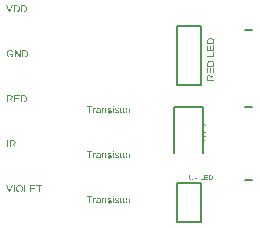
<source format=gbr>
G04 EAGLE Gerber RS-274X export*
G75*
%MOMM*%
%FSLAX34Y34*%
%LPD*%
%INSilkscreen Top*%
%IPPOS*%
%AMOC8*
5,1,8,0,0,1.08239X$1,22.5*%
G01*
G04 Define Apertures*
%ADD10C,0.200000*%
%ADD11C,0.254000*%
%ADD12C,0.127000*%
G36*
X192532Y107163D02*
X188598Y107163D01*
X188598Y108464D01*
X188605Y108707D01*
X188629Y108935D01*
X188668Y109150D01*
X188723Y109350D01*
X188793Y109535D01*
X188880Y109707D01*
X188981Y109864D01*
X189099Y110007D01*
X189231Y110134D01*
X189376Y110244D01*
X189534Y110338D01*
X189706Y110414D01*
X189891Y110474D01*
X190089Y110516D01*
X190300Y110542D01*
X190524Y110550D01*
X190819Y110535D01*
X191095Y110491D01*
X191352Y110416D01*
X191590Y110313D01*
X191805Y110182D01*
X191993Y110026D01*
X192154Y109845D01*
X192289Y109640D01*
X192395Y109414D01*
X192471Y109171D01*
X192517Y108911D01*
X192532Y108634D01*
X192532Y107163D01*
G37*
%LPC*%
G36*
X192105Y107696D02*
X192105Y108573D01*
X192093Y108783D01*
X192057Y108980D01*
X191998Y109163D01*
X191915Y109334D01*
X191810Y109488D01*
X191683Y109624D01*
X191536Y109740D01*
X191368Y109838D01*
X191181Y109915D01*
X190978Y109970D01*
X190759Y110003D01*
X190524Y110014D01*
X190347Y110008D01*
X190180Y109989D01*
X190025Y109958D01*
X189880Y109914D01*
X189746Y109857D01*
X189622Y109788D01*
X189510Y109707D01*
X189409Y109613D01*
X189241Y109390D01*
X189175Y109262D01*
X189121Y109123D01*
X189079Y108972D01*
X189049Y108810D01*
X189031Y108637D01*
X189025Y108453D01*
X189025Y107696D01*
X192105Y107696D01*
G37*
%LPD*%
G36*
X192532Y94444D02*
X188598Y94444D01*
X188598Y96295D01*
X188616Y96609D01*
X188672Y96884D01*
X188765Y97122D01*
X188895Y97322D01*
X189058Y97480D01*
X189251Y97593D01*
X189472Y97661D01*
X189723Y97683D01*
X189933Y97667D01*
X190126Y97619D01*
X190302Y97540D01*
X190460Y97428D01*
X190596Y97288D01*
X190671Y97173D01*
X190704Y97124D01*
X190784Y96935D01*
X190837Y96723D01*
X191559Y97198D01*
X192532Y97840D01*
X192532Y97225D01*
X190899Y96203D01*
X190899Y94977D01*
X192532Y94977D01*
X192532Y94444D01*
G37*
%LPC*%
G36*
X190477Y94977D02*
X190477Y96265D01*
X190465Y96464D01*
X190428Y96639D01*
X190366Y96790D01*
X190280Y96917D01*
X190172Y97018D01*
X190044Y97090D01*
X189896Y97133D01*
X189729Y97147D01*
X189567Y97133D01*
X189426Y97089D01*
X189305Y97016D01*
X189205Y96914D01*
X189126Y96785D01*
X189070Y96629D01*
X189036Y96449D01*
X189025Y96242D01*
X189025Y94977D01*
X190477Y94977D01*
G37*
%LPD*%
G36*
X192532Y103350D02*
X188598Y103350D01*
X188598Y106335D01*
X189033Y106335D01*
X189033Y103884D01*
X190295Y103884D01*
X190295Y106168D01*
X190725Y106168D01*
X190725Y103884D01*
X192096Y103884D01*
X192096Y106450D01*
X192532Y106450D01*
X192532Y103350D01*
G37*
G36*
X192532Y100163D02*
X188598Y100163D01*
X188598Y100696D01*
X192096Y100696D01*
X192096Y102684D01*
X192532Y102684D01*
X192532Y100163D01*
G37*
G36*
X192532Y92909D02*
X188598Y92909D01*
X188598Y93442D01*
X192532Y93442D01*
X192532Y92909D01*
G37*
G36*
X123783Y120058D02*
X123542Y120068D01*
X123317Y120096D01*
X123106Y120143D01*
X122911Y120210D01*
X122730Y120295D01*
X122565Y120399D01*
X122416Y120522D01*
X122281Y120664D01*
X122162Y120824D01*
X122059Y121001D01*
X121972Y121195D01*
X121900Y121406D01*
X121845Y121633D01*
X121805Y121877D01*
X121781Y122138D01*
X121773Y122416D01*
X121781Y122701D01*
X121805Y122967D01*
X121845Y123215D01*
X121901Y123444D01*
X121972Y123656D01*
X122060Y123848D01*
X122163Y124023D01*
X122282Y124179D01*
X122417Y124316D01*
X122568Y124436D01*
X122735Y124537D01*
X122918Y124619D01*
X123117Y124684D01*
X123332Y124729D01*
X123562Y124757D01*
X123809Y124766D01*
X124060Y124757D01*
X124294Y124730D01*
X124512Y124686D01*
X124712Y124623D01*
X124895Y124542D01*
X125060Y124444D01*
X125209Y124328D01*
X125340Y124193D01*
X125455Y124040D01*
X125555Y123868D01*
X125639Y123675D01*
X125708Y123463D01*
X125762Y123231D01*
X125800Y122979D01*
X125823Y122708D01*
X125831Y122416D01*
X125823Y122128D01*
X125798Y121858D01*
X125757Y121608D01*
X125700Y121377D01*
X125626Y121164D01*
X125536Y120971D01*
X125429Y120797D01*
X125307Y120641D01*
X125168Y120505D01*
X125015Y120386D01*
X124846Y120286D01*
X124663Y120204D01*
X124466Y120140D01*
X124253Y120095D01*
X124026Y120067D01*
X123783Y120058D01*
G37*
%LPC*%
G36*
X123775Y120616D02*
X123939Y120623D01*
X124091Y120643D01*
X124230Y120678D01*
X124358Y120725D01*
X124473Y120787D01*
X124576Y120862D01*
X124667Y120950D01*
X124746Y121053D01*
X124874Y121301D01*
X124965Y121612D01*
X125020Y121983D01*
X125038Y122416D01*
X125021Y122854D01*
X124968Y123228D01*
X124881Y123537D01*
X124759Y123782D01*
X124683Y123882D01*
X124596Y123969D01*
X124496Y124042D01*
X124385Y124102D01*
X124262Y124148D01*
X124127Y124181D01*
X123980Y124201D01*
X123821Y124208D01*
X123661Y124201D01*
X123513Y124181D01*
X123375Y124147D01*
X123250Y124100D01*
X123136Y124038D01*
X123033Y123964D01*
X122942Y123876D01*
X122862Y123774D01*
X122733Y123526D01*
X122640Y123217D01*
X122585Y122847D01*
X122566Y122416D01*
X122585Y121995D01*
X122639Y121630D01*
X122730Y121321D01*
X122858Y121067D01*
X122936Y120962D01*
X123025Y120870D01*
X123124Y120792D01*
X123233Y120729D01*
X123353Y120680D01*
X123483Y120644D01*
X123624Y120623D01*
X123775Y120616D01*
G37*
%LPD*%
G36*
X100681Y120058D02*
X100360Y120081D01*
X100082Y120148D01*
X99846Y120261D01*
X99653Y120419D01*
X99502Y120616D01*
X99395Y120847D01*
X99330Y121111D01*
X99309Y121409D01*
X99316Y121580D01*
X99338Y121741D01*
X99374Y121892D01*
X99425Y122032D01*
X99490Y122163D01*
X99570Y122283D01*
X99664Y122392D01*
X99772Y122492D01*
X99897Y122581D01*
X100040Y122659D01*
X100200Y122726D01*
X100378Y122781D01*
X100574Y122826D01*
X100788Y122860D01*
X101268Y122895D01*
X102288Y122911D01*
X102288Y123159D01*
X102273Y123416D01*
X102229Y123634D01*
X102156Y123813D01*
X102053Y123952D01*
X101919Y124057D01*
X101751Y124132D01*
X101550Y124176D01*
X101315Y124191D01*
X101078Y124181D01*
X100876Y124148D01*
X100709Y124095D01*
X100576Y124019D01*
X100472Y123920D01*
X100391Y123796D01*
X100334Y123646D01*
X100299Y123470D01*
X99510Y123541D01*
X99581Y123828D01*
X99696Y124077D01*
X99857Y124288D01*
X100062Y124460D01*
X100312Y124594D01*
X100607Y124690D01*
X100947Y124747D01*
X101331Y124766D01*
X101539Y124760D01*
X101733Y124742D01*
X101914Y124711D01*
X102081Y124668D01*
X102236Y124613D01*
X102377Y124545D01*
X102505Y124466D01*
X102620Y124374D01*
X102721Y124270D01*
X102809Y124156D01*
X102883Y124030D01*
X102944Y123894D01*
X102991Y123747D01*
X103025Y123588D01*
X103045Y123419D01*
X103052Y123239D01*
X103052Y121283D01*
X103074Y120989D01*
X103101Y120873D01*
X103140Y120778D01*
X103194Y120703D01*
X103268Y120650D01*
X103362Y120618D01*
X103476Y120608D01*
X103723Y120637D01*
X103723Y120167D01*
X103435Y120117D01*
X103140Y120100D01*
X102944Y120114D01*
X102777Y120155D01*
X102639Y120224D01*
X102529Y120320D01*
X102444Y120446D01*
X102380Y120603D01*
X102336Y120791D01*
X102313Y121011D01*
X102288Y121011D01*
X102137Y120769D01*
X101975Y120566D01*
X101801Y120401D01*
X101615Y120274D01*
X101412Y120180D01*
X101189Y120112D01*
X100945Y120072D01*
X100681Y120058D01*
G37*
%LPC*%
G36*
X100853Y120625D02*
X101055Y120636D01*
X101245Y120672D01*
X101424Y120731D01*
X101592Y120813D01*
X101745Y120917D01*
X101881Y121037D01*
X101999Y121176D01*
X102101Y121332D01*
X102183Y121497D01*
X102241Y121666D01*
X102276Y121836D01*
X102288Y122009D01*
X102288Y122383D01*
X101461Y122366D01*
X101211Y122356D01*
X100993Y122334D01*
X100807Y122301D01*
X100654Y122257D01*
X100524Y122200D01*
X100411Y122129D01*
X100313Y122044D01*
X100232Y121946D01*
X100168Y121833D01*
X100122Y121704D01*
X100094Y121558D01*
X100085Y121397D01*
X100098Y121223D01*
X100135Y121069D01*
X100197Y120937D01*
X100284Y120826D01*
X100395Y120738D01*
X100526Y120675D01*
X100679Y120637D01*
X100853Y120625D01*
G37*
%LPD*%
G36*
X105076Y120142D02*
X104321Y120142D01*
X104321Y123713D01*
X104315Y124352D01*
X104296Y124682D01*
X105009Y124682D01*
X105017Y124569D01*
X105028Y124357D01*
X105043Y123906D01*
X105055Y123906D01*
X105190Y124124D01*
X105336Y124307D01*
X105491Y124456D01*
X105657Y124571D01*
X105839Y124656D01*
X106041Y124717D01*
X106264Y124754D01*
X106507Y124766D01*
X106855Y124743D01*
X107011Y124714D01*
X107154Y124673D01*
X107284Y124621D01*
X107402Y124557D01*
X107507Y124482D01*
X107600Y124395D01*
X107681Y124294D01*
X107752Y124179D01*
X107811Y124048D01*
X107860Y123902D01*
X107925Y123565D01*
X107946Y123167D01*
X107946Y120142D01*
X107187Y120142D01*
X107187Y123021D01*
X107181Y123232D01*
X107165Y123419D01*
X107137Y123581D01*
X107099Y123717D01*
X107048Y123832D01*
X106984Y123930D01*
X106908Y124011D01*
X106818Y124074D01*
X106710Y124122D01*
X106579Y124156D01*
X106427Y124176D01*
X106251Y124183D01*
X105993Y124160D01*
X105763Y124090D01*
X105563Y123973D01*
X105391Y123809D01*
X105253Y123605D01*
X105155Y123364D01*
X105096Y123086D01*
X105076Y122773D01*
X105076Y120142D01*
G37*
G36*
X110650Y120058D02*
X110251Y120076D01*
X109900Y120128D01*
X109597Y120215D01*
X109343Y120337D01*
X109134Y120496D01*
X108964Y120694D01*
X108835Y120932D01*
X108745Y121208D01*
X109413Y121338D01*
X109474Y121168D01*
X109561Y121022D01*
X109673Y120900D01*
X109811Y120803D01*
X109977Y120729D01*
X110172Y120675D01*
X110397Y120644D01*
X110650Y120633D01*
X110919Y120644D01*
X111148Y120677D01*
X111339Y120732D01*
X111492Y120809D01*
X111608Y120908D01*
X111692Y121029D01*
X111742Y121173D01*
X111758Y121338D01*
X111747Y121466D01*
X111712Y121581D01*
X111654Y121684D01*
X111574Y121774D01*
X111467Y121855D01*
X111332Y121927D01*
X111169Y121993D01*
X110978Y122051D01*
X110436Y122194D01*
X109880Y122360D01*
X109672Y122442D01*
X109511Y122523D01*
X109266Y122702D01*
X109166Y122805D01*
X109081Y122916D01*
X109013Y123038D01*
X108965Y123173D01*
X108936Y123321D01*
X108926Y123482D01*
X108933Y123633D01*
X108954Y123774D01*
X108988Y123906D01*
X109037Y124029D01*
X109099Y124143D01*
X109175Y124247D01*
X109369Y124428D01*
X109615Y124571D01*
X109912Y124672D01*
X110260Y124733D01*
X110659Y124754D01*
X111015Y124737D01*
X111333Y124687D01*
X111612Y124605D01*
X111853Y124489D01*
X112054Y124337D01*
X112214Y124145D01*
X112334Y123913D01*
X112413Y123642D01*
X111733Y123558D01*
X111688Y123700D01*
X111617Y123825D01*
X111519Y123932D01*
X111395Y124021D01*
X111246Y124092D01*
X111074Y124143D01*
X110878Y124173D01*
X110659Y124183D01*
X110420Y124173D01*
X110214Y124144D01*
X110042Y124096D01*
X109904Y124028D01*
X109797Y123940D01*
X109721Y123833D01*
X109675Y123705D01*
X109660Y123558D01*
X109666Y123465D01*
X109685Y123381D01*
X109761Y123239D01*
X109886Y123122D01*
X110059Y123025D01*
X110365Y122920D01*
X110890Y122781D01*
X111406Y122636D01*
X111754Y122502D01*
X111991Y122368D01*
X112172Y122219D01*
X112307Y122052D01*
X112409Y121860D01*
X112472Y121643D01*
X112493Y121397D01*
X112485Y121241D01*
X112462Y121094D01*
X112424Y120956D01*
X112371Y120828D01*
X112303Y120709D01*
X112220Y120599D01*
X112122Y120498D01*
X112008Y120406D01*
X111741Y120254D01*
X111426Y120145D01*
X111063Y120080D01*
X110650Y120058D01*
G37*
G36*
X116869Y120058D02*
X116470Y120076D01*
X116119Y120128D01*
X115816Y120215D01*
X115562Y120337D01*
X115352Y120496D01*
X115183Y120694D01*
X115053Y120932D01*
X114964Y121208D01*
X115631Y121338D01*
X115692Y121168D01*
X115779Y121022D01*
X115892Y120900D01*
X116030Y120803D01*
X116196Y120729D01*
X116391Y120675D01*
X116615Y120644D01*
X116869Y120633D01*
X117137Y120644D01*
X117367Y120677D01*
X117558Y120732D01*
X117711Y120809D01*
X117827Y120908D01*
X117910Y121029D01*
X117960Y121173D01*
X117977Y121338D01*
X117965Y121466D01*
X117931Y121581D01*
X117873Y121684D01*
X117792Y121774D01*
X117686Y121855D01*
X117551Y121927D01*
X117388Y121993D01*
X117197Y122051D01*
X116655Y122194D01*
X116099Y122360D01*
X115891Y122442D01*
X115730Y122523D01*
X115485Y122702D01*
X115385Y122805D01*
X115300Y122916D01*
X115232Y123038D01*
X115183Y123173D01*
X115154Y123321D01*
X115145Y123482D01*
X115152Y123633D01*
X115172Y123774D01*
X115207Y123906D01*
X115255Y124029D01*
X115318Y124143D01*
X115394Y124247D01*
X115587Y124428D01*
X115834Y124571D01*
X116131Y124672D01*
X116479Y124733D01*
X116878Y124754D01*
X117234Y124737D01*
X117552Y124687D01*
X117831Y124605D01*
X118071Y124489D01*
X118272Y124337D01*
X118433Y124145D01*
X118553Y123913D01*
X118632Y123642D01*
X117952Y123558D01*
X117907Y123700D01*
X117836Y123825D01*
X117738Y123932D01*
X117614Y124021D01*
X117465Y124092D01*
X117293Y124143D01*
X117097Y124173D01*
X116878Y124183D01*
X116638Y124173D01*
X116433Y124144D01*
X116261Y124096D01*
X116122Y124028D01*
X116016Y123940D01*
X115940Y123833D01*
X115894Y123705D01*
X115879Y123558D01*
X115885Y123465D01*
X115904Y123381D01*
X115980Y123239D01*
X116104Y123122D01*
X116278Y123025D01*
X116584Y122920D01*
X117108Y122781D01*
X117625Y122636D01*
X117973Y122502D01*
X118209Y122368D01*
X118390Y122219D01*
X118526Y122052D01*
X118627Y121860D01*
X118690Y121643D01*
X118711Y121397D01*
X118704Y121241D01*
X118681Y121094D01*
X118643Y120956D01*
X118590Y120828D01*
X118522Y120709D01*
X118439Y120599D01*
X118340Y120498D01*
X118227Y120406D01*
X117960Y120254D01*
X117645Y120145D01*
X117281Y120080D01*
X116869Y120058D01*
G37*
G36*
X94152Y120142D02*
X93355Y120142D01*
X93355Y125400D01*
X91324Y125400D01*
X91324Y126054D01*
X96183Y126054D01*
X96183Y125400D01*
X94152Y125400D01*
X94152Y120142D01*
G37*
G36*
X120598Y120075D02*
X120386Y120091D01*
X120202Y120139D01*
X120046Y120219D01*
X119919Y120332D01*
X119820Y120476D01*
X119749Y120653D01*
X119706Y120862D01*
X119692Y121103D01*
X119692Y124133D01*
X119168Y124133D01*
X119168Y124682D01*
X119721Y124682D01*
X119944Y125698D01*
X120447Y125698D01*
X120447Y124682D01*
X121287Y124682D01*
X121287Y124133D01*
X120447Y124133D01*
X120447Y121267D01*
X120454Y121115D01*
X120474Y120988D01*
X120508Y120885D01*
X120554Y120807D01*
X120618Y120749D01*
X120701Y120708D01*
X120803Y120683D01*
X120926Y120675D01*
X121110Y120690D01*
X121362Y120734D01*
X121362Y120176D01*
X120985Y120100D01*
X120793Y120081D01*
X120598Y120075D01*
G37*
G36*
X97420Y120142D02*
X96665Y120142D01*
X96665Y123625D01*
X96639Y124682D01*
X97353Y124682D01*
X97386Y123755D01*
X97403Y123755D01*
X97497Y124023D01*
X97597Y124246D01*
X97704Y124422D01*
X97819Y124552D01*
X97948Y124646D01*
X98102Y124713D01*
X98280Y124753D01*
X98482Y124766D01*
X98634Y124756D01*
X98788Y124724D01*
X98788Y124032D01*
X98612Y124063D01*
X98385Y124074D01*
X98271Y124067D01*
X98164Y124049D01*
X97971Y123973D01*
X97805Y123846D01*
X97667Y123669D01*
X97559Y123445D01*
X97482Y123176D01*
X97435Y122864D01*
X97420Y122509D01*
X97420Y120142D01*
G37*
G36*
X127545Y120142D02*
X126790Y120142D01*
X126790Y123625D01*
X126764Y124682D01*
X127478Y124682D01*
X127511Y123755D01*
X127528Y123755D01*
X127622Y124023D01*
X127722Y124246D01*
X127829Y124422D01*
X127944Y124552D01*
X128073Y124646D01*
X128227Y124713D01*
X128405Y124753D01*
X128607Y124766D01*
X128759Y124756D01*
X128913Y124724D01*
X128913Y124032D01*
X128737Y124063D01*
X128510Y124074D01*
X128396Y124067D01*
X128289Y124049D01*
X128096Y123973D01*
X127930Y123846D01*
X127792Y123669D01*
X127684Y123445D01*
X127607Y123176D01*
X127560Y122864D01*
X127545Y122509D01*
X127545Y120142D01*
G37*
G36*
X114149Y120142D02*
X113394Y120142D01*
X113394Y124682D01*
X114149Y124682D01*
X114149Y120142D01*
G37*
G36*
X114149Y125647D02*
X113394Y125647D01*
X113394Y126369D01*
X114149Y126369D01*
X114149Y125647D01*
G37*
G36*
X123783Y81958D02*
X123542Y81968D01*
X123317Y81996D01*
X123106Y82043D01*
X122911Y82110D01*
X122730Y82195D01*
X122565Y82299D01*
X122416Y82422D01*
X122281Y82564D01*
X122162Y82724D01*
X122059Y82901D01*
X121972Y83095D01*
X121900Y83306D01*
X121845Y83533D01*
X121805Y83777D01*
X121781Y84038D01*
X121773Y84316D01*
X121781Y84601D01*
X121805Y84867D01*
X121845Y85115D01*
X121901Y85344D01*
X121972Y85556D01*
X122060Y85748D01*
X122163Y85923D01*
X122282Y86079D01*
X122417Y86216D01*
X122568Y86336D01*
X122735Y86437D01*
X122918Y86519D01*
X123117Y86584D01*
X123332Y86629D01*
X123562Y86657D01*
X123809Y86666D01*
X124060Y86657D01*
X124294Y86630D01*
X124512Y86586D01*
X124712Y86523D01*
X124895Y86442D01*
X125060Y86344D01*
X125209Y86228D01*
X125340Y86093D01*
X125455Y85940D01*
X125555Y85768D01*
X125639Y85575D01*
X125708Y85363D01*
X125762Y85131D01*
X125800Y84879D01*
X125823Y84608D01*
X125831Y84316D01*
X125823Y84028D01*
X125798Y83758D01*
X125757Y83508D01*
X125700Y83277D01*
X125626Y83064D01*
X125536Y82871D01*
X125429Y82697D01*
X125307Y82541D01*
X125168Y82405D01*
X125015Y82286D01*
X124846Y82186D01*
X124663Y82104D01*
X124466Y82040D01*
X124253Y81995D01*
X124026Y81967D01*
X123783Y81958D01*
G37*
%LPC*%
G36*
X123775Y82516D02*
X123939Y82523D01*
X124091Y82543D01*
X124230Y82578D01*
X124358Y82625D01*
X124473Y82687D01*
X124576Y82762D01*
X124667Y82850D01*
X124746Y82953D01*
X124874Y83201D01*
X124965Y83512D01*
X125020Y83883D01*
X125038Y84316D01*
X125021Y84754D01*
X124968Y85128D01*
X124881Y85437D01*
X124759Y85682D01*
X124683Y85782D01*
X124596Y85869D01*
X124496Y85942D01*
X124385Y86002D01*
X124262Y86048D01*
X124127Y86081D01*
X123980Y86101D01*
X123821Y86108D01*
X123661Y86101D01*
X123513Y86081D01*
X123375Y86047D01*
X123250Y86000D01*
X123136Y85938D01*
X123033Y85864D01*
X122942Y85776D01*
X122862Y85674D01*
X122733Y85426D01*
X122640Y85117D01*
X122585Y84747D01*
X122566Y84316D01*
X122585Y83895D01*
X122639Y83530D01*
X122730Y83221D01*
X122858Y82967D01*
X122936Y82862D01*
X123025Y82770D01*
X123124Y82692D01*
X123233Y82629D01*
X123353Y82580D01*
X123483Y82544D01*
X123624Y82523D01*
X123775Y82516D01*
G37*
%LPD*%
G36*
X100681Y81958D02*
X100360Y81981D01*
X100082Y82048D01*
X99846Y82161D01*
X99653Y82319D01*
X99502Y82516D01*
X99395Y82747D01*
X99330Y83011D01*
X99309Y83309D01*
X99316Y83480D01*
X99338Y83641D01*
X99374Y83792D01*
X99425Y83932D01*
X99490Y84063D01*
X99570Y84183D01*
X99664Y84292D01*
X99772Y84392D01*
X99897Y84481D01*
X100040Y84559D01*
X100200Y84626D01*
X100378Y84681D01*
X100574Y84726D01*
X100788Y84760D01*
X101268Y84795D01*
X102288Y84811D01*
X102288Y85059D01*
X102273Y85316D01*
X102229Y85534D01*
X102156Y85713D01*
X102053Y85852D01*
X101919Y85957D01*
X101751Y86032D01*
X101550Y86076D01*
X101315Y86091D01*
X101078Y86081D01*
X100876Y86048D01*
X100709Y85995D01*
X100576Y85919D01*
X100472Y85820D01*
X100391Y85696D01*
X100334Y85546D01*
X100299Y85370D01*
X99510Y85441D01*
X99581Y85728D01*
X99696Y85977D01*
X99857Y86188D01*
X100062Y86360D01*
X100312Y86494D01*
X100607Y86590D01*
X100947Y86647D01*
X101331Y86666D01*
X101539Y86660D01*
X101733Y86642D01*
X101914Y86611D01*
X102081Y86568D01*
X102236Y86513D01*
X102377Y86445D01*
X102505Y86366D01*
X102620Y86274D01*
X102721Y86170D01*
X102809Y86056D01*
X102883Y85930D01*
X102944Y85794D01*
X102991Y85647D01*
X103025Y85488D01*
X103045Y85319D01*
X103052Y85139D01*
X103052Y83183D01*
X103074Y82889D01*
X103101Y82773D01*
X103140Y82678D01*
X103194Y82603D01*
X103268Y82550D01*
X103362Y82518D01*
X103476Y82508D01*
X103723Y82537D01*
X103723Y82067D01*
X103435Y82017D01*
X103140Y82000D01*
X102944Y82014D01*
X102777Y82055D01*
X102639Y82124D01*
X102529Y82220D01*
X102444Y82346D01*
X102380Y82503D01*
X102336Y82691D01*
X102313Y82911D01*
X102288Y82911D01*
X102137Y82669D01*
X101975Y82466D01*
X101801Y82301D01*
X101615Y82174D01*
X101412Y82080D01*
X101189Y82012D01*
X100945Y81972D01*
X100681Y81958D01*
G37*
%LPC*%
G36*
X100853Y82525D02*
X101055Y82536D01*
X101245Y82572D01*
X101424Y82631D01*
X101592Y82713D01*
X101745Y82817D01*
X101881Y82937D01*
X101999Y83076D01*
X102101Y83232D01*
X102183Y83397D01*
X102241Y83566D01*
X102276Y83736D01*
X102288Y83909D01*
X102288Y84283D01*
X101461Y84266D01*
X101211Y84256D01*
X100993Y84234D01*
X100807Y84201D01*
X100654Y84157D01*
X100524Y84100D01*
X100411Y84029D01*
X100313Y83944D01*
X100232Y83846D01*
X100168Y83733D01*
X100122Y83604D01*
X100094Y83458D01*
X100085Y83297D01*
X100098Y83123D01*
X100135Y82969D01*
X100197Y82837D01*
X100284Y82726D01*
X100395Y82638D01*
X100526Y82575D01*
X100679Y82537D01*
X100853Y82525D01*
G37*
%LPD*%
G36*
X105076Y82042D02*
X104321Y82042D01*
X104321Y85613D01*
X104315Y86252D01*
X104296Y86582D01*
X105009Y86582D01*
X105017Y86469D01*
X105028Y86257D01*
X105043Y85806D01*
X105055Y85806D01*
X105190Y86024D01*
X105336Y86207D01*
X105491Y86356D01*
X105657Y86471D01*
X105839Y86556D01*
X106041Y86617D01*
X106264Y86654D01*
X106507Y86666D01*
X106855Y86643D01*
X107011Y86614D01*
X107154Y86573D01*
X107284Y86521D01*
X107402Y86457D01*
X107507Y86382D01*
X107600Y86295D01*
X107681Y86194D01*
X107752Y86079D01*
X107811Y85948D01*
X107860Y85802D01*
X107925Y85465D01*
X107946Y85067D01*
X107946Y82042D01*
X107187Y82042D01*
X107187Y84921D01*
X107181Y85132D01*
X107165Y85319D01*
X107137Y85481D01*
X107099Y85617D01*
X107048Y85732D01*
X106984Y85830D01*
X106908Y85911D01*
X106818Y85974D01*
X106710Y86022D01*
X106579Y86056D01*
X106427Y86076D01*
X106251Y86083D01*
X105993Y86060D01*
X105763Y85990D01*
X105563Y85873D01*
X105391Y85709D01*
X105253Y85505D01*
X105155Y85264D01*
X105096Y84986D01*
X105076Y84673D01*
X105076Y82042D01*
G37*
G36*
X110650Y81958D02*
X110251Y81976D01*
X109900Y82028D01*
X109597Y82115D01*
X109343Y82237D01*
X109134Y82396D01*
X108964Y82594D01*
X108835Y82832D01*
X108745Y83108D01*
X109413Y83238D01*
X109474Y83068D01*
X109561Y82922D01*
X109673Y82800D01*
X109811Y82703D01*
X109977Y82629D01*
X110172Y82575D01*
X110397Y82544D01*
X110650Y82533D01*
X110919Y82544D01*
X111148Y82577D01*
X111339Y82632D01*
X111492Y82709D01*
X111608Y82808D01*
X111692Y82929D01*
X111742Y83073D01*
X111758Y83238D01*
X111747Y83366D01*
X111712Y83481D01*
X111654Y83584D01*
X111574Y83674D01*
X111467Y83755D01*
X111332Y83827D01*
X111169Y83893D01*
X110978Y83951D01*
X110436Y84094D01*
X109880Y84260D01*
X109672Y84342D01*
X109511Y84423D01*
X109266Y84602D01*
X109166Y84705D01*
X109081Y84816D01*
X109013Y84938D01*
X108965Y85073D01*
X108936Y85221D01*
X108926Y85382D01*
X108933Y85533D01*
X108954Y85674D01*
X108988Y85806D01*
X109037Y85929D01*
X109099Y86043D01*
X109175Y86147D01*
X109369Y86328D01*
X109615Y86471D01*
X109912Y86572D01*
X110260Y86633D01*
X110659Y86654D01*
X111015Y86637D01*
X111333Y86587D01*
X111612Y86505D01*
X111853Y86389D01*
X112054Y86237D01*
X112214Y86045D01*
X112334Y85813D01*
X112413Y85542D01*
X111733Y85458D01*
X111688Y85600D01*
X111617Y85725D01*
X111519Y85832D01*
X111395Y85921D01*
X111246Y85992D01*
X111074Y86043D01*
X110878Y86073D01*
X110659Y86083D01*
X110420Y86073D01*
X110214Y86044D01*
X110042Y85996D01*
X109904Y85928D01*
X109797Y85840D01*
X109721Y85733D01*
X109675Y85605D01*
X109660Y85458D01*
X109666Y85365D01*
X109685Y85281D01*
X109761Y85139D01*
X109886Y85022D01*
X110059Y84925D01*
X110365Y84820D01*
X110890Y84681D01*
X111406Y84536D01*
X111754Y84402D01*
X111991Y84268D01*
X112172Y84119D01*
X112307Y83952D01*
X112409Y83760D01*
X112472Y83543D01*
X112493Y83297D01*
X112485Y83141D01*
X112462Y82994D01*
X112424Y82856D01*
X112371Y82728D01*
X112303Y82609D01*
X112220Y82499D01*
X112122Y82398D01*
X112008Y82306D01*
X111741Y82154D01*
X111426Y82045D01*
X111063Y81980D01*
X110650Y81958D01*
G37*
G36*
X116869Y81958D02*
X116470Y81976D01*
X116119Y82028D01*
X115816Y82115D01*
X115562Y82237D01*
X115352Y82396D01*
X115183Y82594D01*
X115053Y82832D01*
X114964Y83108D01*
X115631Y83238D01*
X115692Y83068D01*
X115779Y82922D01*
X115892Y82800D01*
X116030Y82703D01*
X116196Y82629D01*
X116391Y82575D01*
X116615Y82544D01*
X116869Y82533D01*
X117137Y82544D01*
X117367Y82577D01*
X117558Y82632D01*
X117711Y82709D01*
X117827Y82808D01*
X117910Y82929D01*
X117960Y83073D01*
X117977Y83238D01*
X117965Y83366D01*
X117931Y83481D01*
X117873Y83584D01*
X117792Y83674D01*
X117686Y83755D01*
X117551Y83827D01*
X117388Y83893D01*
X117197Y83951D01*
X116655Y84094D01*
X116099Y84260D01*
X115891Y84342D01*
X115730Y84423D01*
X115485Y84602D01*
X115385Y84705D01*
X115300Y84816D01*
X115232Y84938D01*
X115183Y85073D01*
X115154Y85221D01*
X115145Y85382D01*
X115152Y85533D01*
X115172Y85674D01*
X115207Y85806D01*
X115255Y85929D01*
X115318Y86043D01*
X115394Y86147D01*
X115587Y86328D01*
X115834Y86471D01*
X116131Y86572D01*
X116479Y86633D01*
X116878Y86654D01*
X117234Y86637D01*
X117552Y86587D01*
X117831Y86505D01*
X118071Y86389D01*
X118272Y86237D01*
X118433Y86045D01*
X118553Y85813D01*
X118632Y85542D01*
X117952Y85458D01*
X117907Y85600D01*
X117836Y85725D01*
X117738Y85832D01*
X117614Y85921D01*
X117465Y85992D01*
X117293Y86043D01*
X117097Y86073D01*
X116878Y86083D01*
X116638Y86073D01*
X116433Y86044D01*
X116261Y85996D01*
X116122Y85928D01*
X116016Y85840D01*
X115940Y85733D01*
X115894Y85605D01*
X115879Y85458D01*
X115885Y85365D01*
X115904Y85281D01*
X115980Y85139D01*
X116104Y85022D01*
X116278Y84925D01*
X116584Y84820D01*
X117108Y84681D01*
X117625Y84536D01*
X117973Y84402D01*
X118209Y84268D01*
X118390Y84119D01*
X118526Y83952D01*
X118627Y83760D01*
X118690Y83543D01*
X118711Y83297D01*
X118704Y83141D01*
X118681Y82994D01*
X118643Y82856D01*
X118590Y82728D01*
X118522Y82609D01*
X118439Y82499D01*
X118340Y82398D01*
X118227Y82306D01*
X117960Y82154D01*
X117645Y82045D01*
X117281Y81980D01*
X116869Y81958D01*
G37*
G36*
X94152Y82042D02*
X93355Y82042D01*
X93355Y87300D01*
X91324Y87300D01*
X91324Y87954D01*
X96183Y87954D01*
X96183Y87300D01*
X94152Y87300D01*
X94152Y82042D01*
G37*
G36*
X120598Y81975D02*
X120386Y81991D01*
X120202Y82039D01*
X120046Y82119D01*
X119919Y82232D01*
X119820Y82376D01*
X119749Y82553D01*
X119706Y82762D01*
X119692Y83003D01*
X119692Y86033D01*
X119168Y86033D01*
X119168Y86582D01*
X119721Y86582D01*
X119944Y87598D01*
X120447Y87598D01*
X120447Y86582D01*
X121287Y86582D01*
X121287Y86033D01*
X120447Y86033D01*
X120447Y83167D01*
X120454Y83015D01*
X120474Y82888D01*
X120508Y82785D01*
X120554Y82707D01*
X120618Y82649D01*
X120701Y82608D01*
X120803Y82583D01*
X120926Y82575D01*
X121110Y82590D01*
X121362Y82634D01*
X121362Y82076D01*
X120985Y82000D01*
X120793Y81981D01*
X120598Y81975D01*
G37*
G36*
X97420Y82042D02*
X96665Y82042D01*
X96665Y85525D01*
X96639Y86582D01*
X97353Y86582D01*
X97386Y85655D01*
X97403Y85655D01*
X97497Y85923D01*
X97597Y86146D01*
X97704Y86322D01*
X97819Y86452D01*
X97948Y86546D01*
X98102Y86613D01*
X98280Y86653D01*
X98482Y86666D01*
X98634Y86656D01*
X98788Y86624D01*
X98788Y85932D01*
X98612Y85963D01*
X98385Y85974D01*
X98271Y85967D01*
X98164Y85949D01*
X97971Y85873D01*
X97805Y85746D01*
X97667Y85569D01*
X97559Y85345D01*
X97482Y85076D01*
X97435Y84764D01*
X97420Y84409D01*
X97420Y82042D01*
G37*
G36*
X127545Y82042D02*
X126790Y82042D01*
X126790Y85525D01*
X126764Y86582D01*
X127478Y86582D01*
X127511Y85655D01*
X127528Y85655D01*
X127622Y85923D01*
X127722Y86146D01*
X127829Y86322D01*
X127944Y86452D01*
X128073Y86546D01*
X128227Y86613D01*
X128405Y86653D01*
X128607Y86666D01*
X128759Y86656D01*
X128913Y86624D01*
X128913Y85932D01*
X128737Y85963D01*
X128510Y85974D01*
X128396Y85967D01*
X128289Y85949D01*
X128096Y85873D01*
X127930Y85746D01*
X127792Y85569D01*
X127684Y85345D01*
X127607Y85076D01*
X127560Y84764D01*
X127545Y84409D01*
X127545Y82042D01*
G37*
G36*
X114149Y82042D02*
X113394Y82042D01*
X113394Y86582D01*
X114149Y86582D01*
X114149Y82042D01*
G37*
G36*
X114149Y87547D02*
X113394Y87547D01*
X113394Y88269D01*
X114149Y88269D01*
X114149Y87547D01*
G37*
G36*
X123783Y43858D02*
X123542Y43868D01*
X123317Y43896D01*
X123106Y43943D01*
X122911Y44010D01*
X122730Y44095D01*
X122565Y44199D01*
X122416Y44322D01*
X122281Y44464D01*
X122162Y44624D01*
X122059Y44801D01*
X121972Y44995D01*
X121900Y45206D01*
X121845Y45433D01*
X121805Y45677D01*
X121781Y45938D01*
X121773Y46216D01*
X121781Y46501D01*
X121805Y46767D01*
X121845Y47015D01*
X121901Y47244D01*
X121972Y47456D01*
X122060Y47648D01*
X122163Y47823D01*
X122282Y47979D01*
X122417Y48116D01*
X122568Y48236D01*
X122735Y48337D01*
X122918Y48419D01*
X123117Y48484D01*
X123332Y48529D01*
X123562Y48557D01*
X123809Y48566D01*
X124060Y48557D01*
X124294Y48530D01*
X124512Y48486D01*
X124712Y48423D01*
X124895Y48342D01*
X125060Y48244D01*
X125209Y48128D01*
X125340Y47993D01*
X125455Y47840D01*
X125555Y47668D01*
X125639Y47475D01*
X125708Y47263D01*
X125762Y47031D01*
X125800Y46779D01*
X125823Y46508D01*
X125831Y46216D01*
X125823Y45928D01*
X125798Y45658D01*
X125757Y45408D01*
X125700Y45177D01*
X125626Y44964D01*
X125536Y44771D01*
X125429Y44597D01*
X125307Y44441D01*
X125168Y44305D01*
X125015Y44186D01*
X124846Y44086D01*
X124663Y44004D01*
X124466Y43940D01*
X124253Y43895D01*
X124026Y43867D01*
X123783Y43858D01*
G37*
%LPC*%
G36*
X123775Y44416D02*
X123939Y44423D01*
X124091Y44443D01*
X124230Y44478D01*
X124358Y44525D01*
X124473Y44587D01*
X124576Y44662D01*
X124667Y44750D01*
X124746Y44853D01*
X124874Y45101D01*
X124965Y45412D01*
X125020Y45783D01*
X125038Y46216D01*
X125021Y46654D01*
X124968Y47028D01*
X124881Y47337D01*
X124759Y47582D01*
X124683Y47682D01*
X124596Y47769D01*
X124496Y47842D01*
X124385Y47902D01*
X124262Y47948D01*
X124127Y47981D01*
X123980Y48001D01*
X123821Y48008D01*
X123661Y48001D01*
X123513Y47981D01*
X123375Y47947D01*
X123250Y47900D01*
X123136Y47838D01*
X123033Y47764D01*
X122942Y47676D01*
X122862Y47574D01*
X122733Y47326D01*
X122640Y47017D01*
X122585Y46647D01*
X122566Y46216D01*
X122585Y45795D01*
X122639Y45430D01*
X122730Y45121D01*
X122858Y44867D01*
X122936Y44762D01*
X123025Y44670D01*
X123124Y44592D01*
X123233Y44529D01*
X123353Y44480D01*
X123483Y44444D01*
X123624Y44423D01*
X123775Y44416D01*
G37*
%LPD*%
G36*
X100681Y43858D02*
X100360Y43881D01*
X100082Y43948D01*
X99846Y44061D01*
X99653Y44219D01*
X99502Y44416D01*
X99395Y44647D01*
X99330Y44911D01*
X99309Y45209D01*
X99316Y45380D01*
X99338Y45541D01*
X99374Y45692D01*
X99425Y45832D01*
X99490Y45963D01*
X99570Y46083D01*
X99664Y46192D01*
X99772Y46292D01*
X99897Y46381D01*
X100040Y46459D01*
X100200Y46526D01*
X100378Y46581D01*
X100574Y46626D01*
X100788Y46660D01*
X101268Y46695D01*
X102288Y46711D01*
X102288Y46959D01*
X102273Y47216D01*
X102229Y47434D01*
X102156Y47613D01*
X102053Y47752D01*
X101919Y47857D01*
X101751Y47932D01*
X101550Y47976D01*
X101315Y47991D01*
X101078Y47981D01*
X100876Y47948D01*
X100709Y47895D01*
X100576Y47819D01*
X100472Y47720D01*
X100391Y47596D01*
X100334Y47446D01*
X100299Y47270D01*
X99510Y47341D01*
X99581Y47628D01*
X99696Y47877D01*
X99857Y48088D01*
X100062Y48260D01*
X100312Y48394D01*
X100607Y48490D01*
X100947Y48547D01*
X101331Y48566D01*
X101539Y48560D01*
X101733Y48542D01*
X101914Y48511D01*
X102081Y48468D01*
X102236Y48413D01*
X102377Y48345D01*
X102505Y48266D01*
X102620Y48174D01*
X102721Y48070D01*
X102809Y47956D01*
X102883Y47830D01*
X102944Y47694D01*
X102991Y47547D01*
X103025Y47388D01*
X103045Y47219D01*
X103052Y47039D01*
X103052Y45083D01*
X103074Y44789D01*
X103101Y44673D01*
X103140Y44578D01*
X103194Y44503D01*
X103268Y44450D01*
X103362Y44418D01*
X103476Y44408D01*
X103723Y44437D01*
X103723Y43967D01*
X103435Y43917D01*
X103140Y43900D01*
X102944Y43914D01*
X102777Y43955D01*
X102639Y44024D01*
X102529Y44120D01*
X102444Y44246D01*
X102380Y44403D01*
X102336Y44591D01*
X102313Y44811D01*
X102288Y44811D01*
X102137Y44569D01*
X101975Y44366D01*
X101801Y44201D01*
X101615Y44074D01*
X101412Y43980D01*
X101189Y43912D01*
X100945Y43872D01*
X100681Y43858D01*
G37*
%LPC*%
G36*
X100853Y44425D02*
X101055Y44436D01*
X101245Y44472D01*
X101424Y44531D01*
X101592Y44613D01*
X101745Y44717D01*
X101881Y44837D01*
X101999Y44976D01*
X102101Y45132D01*
X102183Y45297D01*
X102241Y45466D01*
X102276Y45636D01*
X102288Y45809D01*
X102288Y46183D01*
X101461Y46166D01*
X101211Y46156D01*
X100993Y46134D01*
X100807Y46101D01*
X100654Y46057D01*
X100524Y46000D01*
X100411Y45929D01*
X100313Y45844D01*
X100232Y45746D01*
X100168Y45633D01*
X100122Y45504D01*
X100094Y45358D01*
X100085Y45197D01*
X100098Y45023D01*
X100135Y44869D01*
X100197Y44737D01*
X100284Y44626D01*
X100395Y44538D01*
X100526Y44475D01*
X100679Y44437D01*
X100853Y44425D01*
G37*
%LPD*%
G36*
X105076Y43942D02*
X104321Y43942D01*
X104321Y47513D01*
X104315Y48152D01*
X104296Y48482D01*
X105009Y48482D01*
X105017Y48369D01*
X105028Y48157D01*
X105043Y47706D01*
X105055Y47706D01*
X105190Y47924D01*
X105336Y48107D01*
X105491Y48256D01*
X105657Y48371D01*
X105839Y48456D01*
X106041Y48517D01*
X106264Y48554D01*
X106507Y48566D01*
X106855Y48543D01*
X107011Y48514D01*
X107154Y48473D01*
X107284Y48421D01*
X107402Y48357D01*
X107507Y48282D01*
X107600Y48195D01*
X107681Y48094D01*
X107752Y47979D01*
X107811Y47848D01*
X107860Y47702D01*
X107925Y47365D01*
X107946Y46967D01*
X107946Y43942D01*
X107187Y43942D01*
X107187Y46821D01*
X107181Y47032D01*
X107165Y47219D01*
X107137Y47381D01*
X107099Y47517D01*
X107048Y47632D01*
X106984Y47730D01*
X106908Y47811D01*
X106818Y47874D01*
X106710Y47922D01*
X106579Y47956D01*
X106427Y47976D01*
X106251Y47983D01*
X105993Y47960D01*
X105763Y47890D01*
X105563Y47773D01*
X105391Y47609D01*
X105253Y47405D01*
X105155Y47164D01*
X105096Y46886D01*
X105076Y46573D01*
X105076Y43942D01*
G37*
G36*
X110650Y43858D02*
X110251Y43876D01*
X109900Y43928D01*
X109597Y44015D01*
X109343Y44137D01*
X109134Y44296D01*
X108964Y44494D01*
X108835Y44732D01*
X108745Y45008D01*
X109413Y45138D01*
X109474Y44968D01*
X109561Y44822D01*
X109673Y44700D01*
X109811Y44603D01*
X109977Y44529D01*
X110172Y44475D01*
X110397Y44444D01*
X110650Y44433D01*
X110919Y44444D01*
X111148Y44477D01*
X111339Y44532D01*
X111492Y44609D01*
X111608Y44708D01*
X111692Y44829D01*
X111742Y44973D01*
X111758Y45138D01*
X111747Y45266D01*
X111712Y45381D01*
X111654Y45484D01*
X111574Y45574D01*
X111467Y45655D01*
X111332Y45727D01*
X111169Y45793D01*
X110978Y45851D01*
X110436Y45994D01*
X109880Y46160D01*
X109672Y46242D01*
X109511Y46323D01*
X109266Y46502D01*
X109166Y46605D01*
X109081Y46716D01*
X109013Y46838D01*
X108965Y46973D01*
X108936Y47121D01*
X108926Y47282D01*
X108933Y47433D01*
X108954Y47574D01*
X108988Y47706D01*
X109037Y47829D01*
X109099Y47943D01*
X109175Y48047D01*
X109369Y48228D01*
X109615Y48371D01*
X109912Y48472D01*
X110260Y48533D01*
X110659Y48554D01*
X111015Y48537D01*
X111333Y48487D01*
X111612Y48405D01*
X111853Y48289D01*
X112054Y48137D01*
X112214Y47945D01*
X112334Y47713D01*
X112413Y47442D01*
X111733Y47358D01*
X111688Y47500D01*
X111617Y47625D01*
X111519Y47732D01*
X111395Y47821D01*
X111246Y47892D01*
X111074Y47943D01*
X110878Y47973D01*
X110659Y47983D01*
X110420Y47973D01*
X110214Y47944D01*
X110042Y47896D01*
X109904Y47828D01*
X109797Y47740D01*
X109721Y47633D01*
X109675Y47505D01*
X109660Y47358D01*
X109666Y47265D01*
X109685Y47181D01*
X109761Y47039D01*
X109886Y46922D01*
X110059Y46825D01*
X110365Y46720D01*
X110890Y46581D01*
X111406Y46436D01*
X111754Y46302D01*
X111991Y46168D01*
X112172Y46019D01*
X112307Y45852D01*
X112409Y45660D01*
X112472Y45443D01*
X112493Y45197D01*
X112485Y45041D01*
X112462Y44894D01*
X112424Y44756D01*
X112371Y44628D01*
X112303Y44509D01*
X112220Y44399D01*
X112122Y44298D01*
X112008Y44206D01*
X111741Y44054D01*
X111426Y43945D01*
X111063Y43880D01*
X110650Y43858D01*
G37*
G36*
X116869Y43858D02*
X116470Y43876D01*
X116119Y43928D01*
X115816Y44015D01*
X115562Y44137D01*
X115352Y44296D01*
X115183Y44494D01*
X115053Y44732D01*
X114964Y45008D01*
X115631Y45138D01*
X115692Y44968D01*
X115779Y44822D01*
X115892Y44700D01*
X116030Y44603D01*
X116196Y44529D01*
X116391Y44475D01*
X116615Y44444D01*
X116869Y44433D01*
X117137Y44444D01*
X117367Y44477D01*
X117558Y44532D01*
X117711Y44609D01*
X117827Y44708D01*
X117910Y44829D01*
X117960Y44973D01*
X117977Y45138D01*
X117965Y45266D01*
X117931Y45381D01*
X117873Y45484D01*
X117792Y45574D01*
X117686Y45655D01*
X117551Y45727D01*
X117388Y45793D01*
X117197Y45851D01*
X116655Y45994D01*
X116099Y46160D01*
X115891Y46242D01*
X115730Y46323D01*
X115485Y46502D01*
X115385Y46605D01*
X115300Y46716D01*
X115232Y46838D01*
X115183Y46973D01*
X115154Y47121D01*
X115145Y47282D01*
X115152Y47433D01*
X115172Y47574D01*
X115207Y47706D01*
X115255Y47829D01*
X115318Y47943D01*
X115394Y48047D01*
X115587Y48228D01*
X115834Y48371D01*
X116131Y48472D01*
X116479Y48533D01*
X116878Y48554D01*
X117234Y48537D01*
X117552Y48487D01*
X117831Y48405D01*
X118071Y48289D01*
X118272Y48137D01*
X118433Y47945D01*
X118553Y47713D01*
X118632Y47442D01*
X117952Y47358D01*
X117907Y47500D01*
X117836Y47625D01*
X117738Y47732D01*
X117614Y47821D01*
X117465Y47892D01*
X117293Y47943D01*
X117097Y47973D01*
X116878Y47983D01*
X116638Y47973D01*
X116433Y47944D01*
X116261Y47896D01*
X116122Y47828D01*
X116016Y47740D01*
X115940Y47633D01*
X115894Y47505D01*
X115879Y47358D01*
X115885Y47265D01*
X115904Y47181D01*
X115980Y47039D01*
X116104Y46922D01*
X116278Y46825D01*
X116584Y46720D01*
X117108Y46581D01*
X117625Y46436D01*
X117973Y46302D01*
X118209Y46168D01*
X118390Y46019D01*
X118526Y45852D01*
X118627Y45660D01*
X118690Y45443D01*
X118711Y45197D01*
X118704Y45041D01*
X118681Y44894D01*
X118643Y44756D01*
X118590Y44628D01*
X118522Y44509D01*
X118439Y44399D01*
X118340Y44298D01*
X118227Y44206D01*
X117960Y44054D01*
X117645Y43945D01*
X117281Y43880D01*
X116869Y43858D01*
G37*
G36*
X94152Y43942D02*
X93355Y43942D01*
X93355Y49200D01*
X91324Y49200D01*
X91324Y49854D01*
X96183Y49854D01*
X96183Y49200D01*
X94152Y49200D01*
X94152Y43942D01*
G37*
G36*
X120598Y43875D02*
X120386Y43891D01*
X120202Y43939D01*
X120046Y44019D01*
X119919Y44132D01*
X119820Y44276D01*
X119749Y44453D01*
X119706Y44662D01*
X119692Y44903D01*
X119692Y47933D01*
X119168Y47933D01*
X119168Y48482D01*
X119721Y48482D01*
X119944Y49498D01*
X120447Y49498D01*
X120447Y48482D01*
X121287Y48482D01*
X121287Y47933D01*
X120447Y47933D01*
X120447Y45067D01*
X120454Y44915D01*
X120474Y44788D01*
X120508Y44685D01*
X120554Y44607D01*
X120618Y44549D01*
X120701Y44508D01*
X120803Y44483D01*
X120926Y44475D01*
X121110Y44490D01*
X121362Y44534D01*
X121362Y43976D01*
X120985Y43900D01*
X120793Y43881D01*
X120598Y43875D01*
G37*
G36*
X97420Y43942D02*
X96665Y43942D01*
X96665Y47425D01*
X96639Y48482D01*
X97353Y48482D01*
X97386Y47555D01*
X97403Y47555D01*
X97497Y47823D01*
X97597Y48046D01*
X97704Y48222D01*
X97819Y48352D01*
X97948Y48446D01*
X98102Y48513D01*
X98280Y48553D01*
X98482Y48566D01*
X98634Y48556D01*
X98788Y48524D01*
X98788Y47832D01*
X98612Y47863D01*
X98385Y47874D01*
X98271Y47867D01*
X98164Y47849D01*
X97971Y47773D01*
X97805Y47646D01*
X97667Y47469D01*
X97559Y47245D01*
X97482Y46976D01*
X97435Y46664D01*
X97420Y46309D01*
X97420Y43942D01*
G37*
G36*
X127545Y43942D02*
X126790Y43942D01*
X126790Y47425D01*
X126764Y48482D01*
X127478Y48482D01*
X127511Y47555D01*
X127528Y47555D01*
X127622Y47823D01*
X127722Y48046D01*
X127829Y48222D01*
X127944Y48352D01*
X128073Y48446D01*
X128227Y48513D01*
X128405Y48553D01*
X128607Y48566D01*
X128759Y48556D01*
X128913Y48524D01*
X128913Y47832D01*
X128737Y47863D01*
X128510Y47874D01*
X128396Y47867D01*
X128289Y47849D01*
X128096Y47773D01*
X127930Y47646D01*
X127792Y47469D01*
X127684Y47245D01*
X127607Y46976D01*
X127560Y46664D01*
X127545Y46309D01*
X127545Y43942D01*
G37*
G36*
X114149Y43942D02*
X113394Y43942D01*
X113394Y48482D01*
X114149Y48482D01*
X114149Y43942D01*
G37*
G36*
X114149Y49447D02*
X113394Y49447D01*
X113394Y50169D01*
X114149Y50169D01*
X114149Y49447D01*
G37*
G36*
X199296Y159416D02*
X193384Y159416D01*
X193384Y161372D01*
X193395Y161737D01*
X193431Y162080D01*
X193490Y162402D01*
X193572Y162703D01*
X193678Y162982D01*
X193807Y163239D01*
X193960Y163475D01*
X194137Y163690D01*
X194335Y163882D01*
X194553Y164047D01*
X194791Y164188D01*
X195049Y164302D01*
X195327Y164392D01*
X195624Y164455D01*
X195942Y164494D01*
X196279Y164506D01*
X196722Y164484D01*
X197137Y164417D01*
X197522Y164306D01*
X197880Y164150D01*
X198203Y163953D01*
X198486Y163719D01*
X198728Y163447D01*
X198931Y163138D01*
X199091Y162799D01*
X199205Y162434D01*
X199273Y162043D01*
X199296Y161628D01*
X199296Y159416D01*
G37*
%LPC*%
G36*
X198654Y160218D02*
X198654Y161536D01*
X198636Y161851D01*
X198583Y162147D01*
X198494Y162423D01*
X198369Y162679D01*
X198210Y162911D01*
X198020Y163115D01*
X197799Y163290D01*
X197546Y163436D01*
X197266Y163552D01*
X196961Y163635D01*
X196632Y163684D01*
X196279Y163701D01*
X196012Y163691D01*
X195762Y163663D01*
X195528Y163616D01*
X195310Y163550D01*
X195109Y163466D01*
X194924Y163362D01*
X194755Y163240D01*
X194603Y163099D01*
X194467Y162940D01*
X194350Y162764D01*
X194251Y162571D01*
X194170Y162362D01*
X194107Y162135D01*
X194062Y161892D01*
X194035Y161632D01*
X194026Y161355D01*
X194026Y160218D01*
X198654Y160218D01*
G37*
%LPD*%
G36*
X199296Y178510D02*
X193384Y178510D01*
X193384Y180466D01*
X193395Y180830D01*
X193431Y181174D01*
X193490Y181496D01*
X193572Y181796D01*
X193678Y182075D01*
X193807Y182333D01*
X193960Y182569D01*
X194137Y182784D01*
X194335Y182975D01*
X194553Y183141D01*
X194791Y183281D01*
X195049Y183396D01*
X195327Y183485D01*
X195624Y183549D01*
X195942Y183587D01*
X196279Y183600D01*
X196722Y183578D01*
X197137Y183511D01*
X197522Y183400D01*
X197880Y183243D01*
X198203Y183047D01*
X198486Y182812D01*
X198728Y182541D01*
X198931Y182232D01*
X199091Y181892D01*
X199205Y181527D01*
X199273Y181137D01*
X199296Y180722D01*
X199296Y178510D01*
G37*
%LPC*%
G36*
X198654Y179312D02*
X198654Y180629D01*
X198636Y180945D01*
X198583Y181240D01*
X198494Y181516D01*
X198369Y181773D01*
X198210Y182005D01*
X198020Y182209D01*
X197799Y182384D01*
X197546Y182530D01*
X197266Y182646D01*
X196961Y182728D01*
X196632Y182778D01*
X196279Y182794D01*
X196012Y182785D01*
X195762Y182757D01*
X195528Y182710D01*
X195310Y182644D01*
X195109Y182559D01*
X194924Y182456D01*
X194755Y182333D01*
X194603Y182192D01*
X194467Y182033D01*
X194350Y181858D01*
X194251Y181665D01*
X194170Y181455D01*
X194107Y181229D01*
X194062Y180986D01*
X194035Y180726D01*
X194026Y180449D01*
X194026Y179312D01*
X198654Y179312D01*
G37*
%LPD*%
G36*
X199296Y147479D02*
X193384Y147479D01*
X193384Y150261D01*
X193391Y150504D01*
X193412Y150732D01*
X193446Y150946D01*
X193495Y151146D01*
X193558Y151332D01*
X193635Y151503D01*
X193726Y151660D01*
X193831Y151803D01*
X193948Y151930D01*
X194076Y152041D01*
X194215Y152134D01*
X194365Y152211D01*
X194526Y152270D01*
X194698Y152313D01*
X194881Y152338D01*
X195075Y152347D01*
X195391Y152323D01*
X195681Y152251D01*
X195945Y152131D01*
X196182Y151963D01*
X196386Y151752D01*
X196499Y151580D01*
X196549Y151506D01*
X196669Y151223D01*
X196749Y150903D01*
X197833Y151618D01*
X199296Y152581D01*
X199296Y151658D01*
X196841Y150123D01*
X196841Y148280D01*
X199296Y148280D01*
X199296Y147479D01*
G37*
%LPC*%
G36*
X196208Y148280D02*
X196208Y150215D01*
X196189Y150514D01*
X196134Y150777D01*
X196041Y151004D01*
X195912Y151195D01*
X195749Y151346D01*
X195557Y151454D01*
X195335Y151519D01*
X195083Y151541D01*
X194840Y151519D01*
X194628Y151453D01*
X194447Y151344D01*
X194296Y151190D01*
X194178Y150996D01*
X194093Y150763D01*
X194043Y150491D01*
X194026Y150181D01*
X194026Y148280D01*
X196208Y148280D01*
G37*
%LPD*%
G36*
X199296Y153698D02*
X193384Y153698D01*
X193384Y158183D01*
X194038Y158183D01*
X194038Y154499D01*
X195935Y154499D01*
X195935Y157932D01*
X196581Y157932D01*
X196581Y154499D01*
X198641Y154499D01*
X198641Y158355D01*
X199296Y158355D01*
X199296Y153698D01*
G37*
G36*
X199296Y172791D02*
X193384Y172791D01*
X193384Y177277D01*
X194038Y177277D01*
X194038Y173593D01*
X195935Y173593D01*
X195935Y177025D01*
X196581Y177025D01*
X196581Y173593D01*
X198641Y173593D01*
X198641Y177449D01*
X199296Y177449D01*
X199296Y172791D01*
G37*
G36*
X199296Y168010D02*
X193384Y168010D01*
X193384Y168812D01*
X198641Y168812D01*
X198641Y171799D01*
X199296Y171799D01*
X199296Y168010D01*
G37*
G36*
X196272Y63500D02*
X194800Y63500D01*
X194800Y67434D01*
X196102Y67434D01*
X196344Y67427D01*
X196573Y67403D01*
X196787Y67364D01*
X196987Y67309D01*
X197173Y67239D01*
X197344Y67152D01*
X197501Y67051D01*
X197644Y66933D01*
X197772Y66801D01*
X197882Y66656D01*
X197975Y66498D01*
X198052Y66326D01*
X198111Y66141D01*
X198154Y65943D01*
X198179Y65732D01*
X198187Y65508D01*
X198173Y65213D01*
X198128Y64937D01*
X198054Y64680D01*
X197950Y64442D01*
X197819Y64227D01*
X197663Y64039D01*
X197483Y63878D01*
X197277Y63743D01*
X197051Y63637D01*
X196808Y63561D01*
X196548Y63515D01*
X196272Y63500D01*
G37*
%LPC*%
G36*
X196211Y63927D02*
X196420Y63939D01*
X196617Y63975D01*
X196801Y64034D01*
X196971Y64117D01*
X197126Y64223D01*
X197261Y64349D01*
X197378Y64496D01*
X197475Y64664D01*
X197552Y64851D01*
X197607Y65054D01*
X197640Y65273D01*
X197651Y65508D01*
X197645Y65685D01*
X197626Y65852D01*
X197595Y66008D01*
X197551Y66152D01*
X197495Y66286D01*
X197426Y66410D01*
X197345Y66522D01*
X197251Y66623D01*
X197028Y66791D01*
X196900Y66857D01*
X196760Y66911D01*
X196610Y66953D01*
X196448Y66983D01*
X196275Y67001D01*
X196090Y67007D01*
X195334Y67007D01*
X195334Y63927D01*
X196211Y63927D01*
G37*
%LPD*%
G36*
X194087Y63500D02*
X190988Y63500D01*
X190988Y67434D01*
X193973Y67434D01*
X193973Y66999D01*
X191521Y66999D01*
X191521Y65737D01*
X193805Y65737D01*
X193805Y65307D01*
X191521Y65307D01*
X191521Y63936D01*
X194087Y63936D01*
X194087Y63500D01*
G37*
G36*
X179841Y63444D02*
X179607Y63455D01*
X179389Y63488D01*
X179186Y63543D01*
X178998Y63620D01*
X178828Y63718D01*
X178678Y63836D01*
X178549Y63973D01*
X178439Y64131D01*
X178353Y64307D01*
X178291Y64498D01*
X178254Y64706D01*
X178241Y64930D01*
X178241Y67434D01*
X178775Y67434D01*
X178775Y64974D01*
X178792Y64721D01*
X178843Y64500D01*
X178928Y64312D01*
X179048Y64156D01*
X179200Y64034D01*
X179383Y63947D01*
X179595Y63894D01*
X179838Y63877D01*
X180089Y63895D01*
X180310Y63949D01*
X180502Y64040D01*
X180664Y64166D01*
X180792Y64327D01*
X180885Y64522D01*
X180940Y64749D01*
X180958Y65011D01*
X180958Y67434D01*
X181489Y67434D01*
X181489Y64980D01*
X181476Y64749D01*
X181438Y64535D01*
X181375Y64338D01*
X181286Y64156D01*
X181175Y63993D01*
X181042Y63851D01*
X180888Y63729D01*
X180714Y63627D01*
X180521Y63547D01*
X180311Y63490D01*
X180084Y63456D01*
X179841Y63444D01*
G37*
G36*
X184109Y63500D02*
X183556Y63500D01*
X181950Y67434D01*
X182511Y67434D01*
X183600Y64664D01*
X183835Y63969D01*
X184070Y64664D01*
X185153Y67434D01*
X185714Y67434D01*
X184109Y63500D01*
G37*
G36*
X190322Y63500D02*
X187800Y63500D01*
X187800Y67434D01*
X188334Y67434D01*
X188334Y63936D01*
X190322Y63936D01*
X190322Y63500D01*
G37*
G36*
X31735Y205500D02*
X29524Y205500D01*
X29524Y211412D01*
X31479Y211412D01*
X31844Y211401D01*
X32187Y211365D01*
X32509Y211306D01*
X32810Y211224D01*
X33089Y211118D01*
X33347Y210989D01*
X33583Y210836D01*
X33798Y210659D01*
X33989Y210461D01*
X34155Y210243D01*
X34295Y210005D01*
X34410Y209747D01*
X34499Y209469D01*
X34563Y209172D01*
X34601Y208854D01*
X34614Y208517D01*
X34591Y208074D01*
X34524Y207659D01*
X34413Y207274D01*
X34257Y206916D01*
X34060Y206593D01*
X33826Y206310D01*
X33554Y206068D01*
X33246Y205865D01*
X32906Y205705D01*
X32541Y205591D01*
X32151Y205523D01*
X31735Y205500D01*
G37*
%LPC*%
G36*
X31643Y206142D02*
X31958Y206160D01*
X32254Y206213D01*
X32530Y206303D01*
X32786Y206427D01*
X33018Y206586D01*
X33222Y206776D01*
X33397Y206997D01*
X33544Y207250D01*
X33659Y207530D01*
X33742Y207835D01*
X33791Y208164D01*
X33808Y208517D01*
X33799Y208784D01*
X33770Y209034D01*
X33723Y209268D01*
X33657Y209486D01*
X33573Y209687D01*
X33469Y209872D01*
X33347Y210041D01*
X33206Y210193D01*
X33047Y210329D01*
X32871Y210446D01*
X32678Y210545D01*
X32469Y210626D01*
X32243Y210689D01*
X31999Y210734D01*
X31739Y210761D01*
X31462Y210770D01*
X30325Y210770D01*
X30325Y206142D01*
X31643Y206142D01*
G37*
%LPD*%
G36*
X37954Y205500D02*
X35742Y205500D01*
X35742Y211412D01*
X37698Y211412D01*
X38063Y211401D01*
X38406Y211365D01*
X38728Y211306D01*
X39029Y211224D01*
X39308Y211118D01*
X39565Y210989D01*
X39801Y210836D01*
X40016Y210659D01*
X40208Y210461D01*
X40373Y210243D01*
X40514Y210005D01*
X40628Y209747D01*
X40718Y209469D01*
X40781Y209172D01*
X40820Y208854D01*
X40832Y208517D01*
X40810Y208074D01*
X40743Y207659D01*
X40632Y207274D01*
X40476Y206916D01*
X40279Y206593D01*
X40045Y206310D01*
X39773Y206068D01*
X39464Y205865D01*
X39125Y205705D01*
X38760Y205591D01*
X38369Y205523D01*
X37954Y205500D01*
G37*
%LPC*%
G36*
X37862Y206142D02*
X38177Y206160D01*
X38473Y206213D01*
X38749Y206303D01*
X39005Y206427D01*
X39237Y206586D01*
X39441Y206776D01*
X39616Y206997D01*
X39762Y207250D01*
X39878Y207530D01*
X39961Y207835D01*
X40010Y208164D01*
X40027Y208517D01*
X40017Y208784D01*
X39989Y209034D01*
X39942Y209268D01*
X39876Y209486D01*
X39792Y209687D01*
X39688Y209872D01*
X39566Y210041D01*
X39425Y210193D01*
X39266Y210329D01*
X39090Y210446D01*
X38897Y210545D01*
X38688Y210626D01*
X38461Y210689D01*
X38218Y210734D01*
X37958Y210761D01*
X37681Y210770D01*
X36544Y210770D01*
X36544Y206142D01*
X37862Y206142D01*
G37*
%LPD*%
G36*
X26381Y205500D02*
X25551Y205500D01*
X23138Y211412D01*
X23981Y211412D01*
X25618Y207250D01*
X25970Y206205D01*
X26323Y207250D01*
X27951Y211412D01*
X28794Y211412D01*
X26381Y205500D01*
G37*
G36*
X38923Y167400D02*
X36711Y167400D01*
X36711Y173312D01*
X38667Y173312D01*
X39031Y173301D01*
X39375Y173265D01*
X39697Y173206D01*
X39997Y173124D01*
X40276Y173018D01*
X40534Y172889D01*
X40770Y172736D01*
X40985Y172559D01*
X41176Y172361D01*
X41342Y172143D01*
X41482Y171905D01*
X41597Y171647D01*
X41686Y171369D01*
X41750Y171072D01*
X41788Y170754D01*
X41801Y170417D01*
X41779Y169974D01*
X41712Y169559D01*
X41601Y169174D01*
X41444Y168816D01*
X41248Y168493D01*
X41013Y168210D01*
X40742Y167968D01*
X40433Y167765D01*
X40093Y167605D01*
X39728Y167491D01*
X39338Y167423D01*
X38923Y167400D01*
G37*
%LPC*%
G36*
X38830Y168042D02*
X39146Y168060D01*
X39441Y168113D01*
X39717Y168203D01*
X39974Y168327D01*
X40206Y168486D01*
X40410Y168676D01*
X40585Y168897D01*
X40731Y169150D01*
X40847Y169430D01*
X40929Y169735D01*
X40979Y170064D01*
X40995Y170417D01*
X40986Y170684D01*
X40958Y170934D01*
X40911Y171168D01*
X40845Y171386D01*
X40760Y171587D01*
X40657Y171772D01*
X40534Y171941D01*
X40393Y172093D01*
X40234Y172229D01*
X40059Y172346D01*
X39866Y172445D01*
X39656Y172526D01*
X39430Y172589D01*
X39187Y172634D01*
X38927Y172661D01*
X38650Y172670D01*
X37513Y172670D01*
X37513Y168042D01*
X38830Y168042D01*
G37*
%LPD*%
G36*
X31206Y167400D02*
X30492Y167400D01*
X30492Y173312D01*
X31424Y173312D01*
X34621Y168243D01*
X34584Y168953D01*
X34571Y169435D01*
X34571Y173312D01*
X35293Y173312D01*
X35293Y167400D01*
X34328Y167400D01*
X31164Y172435D01*
X31185Y172028D01*
X31206Y171328D01*
X31206Y167400D01*
G37*
G36*
X26511Y167316D02*
X26064Y167339D01*
X25648Y167408D01*
X25264Y167524D01*
X24913Y167685D01*
X24597Y167890D01*
X24321Y168136D01*
X24084Y168422D01*
X23887Y168749D01*
X23732Y169112D01*
X23621Y169505D01*
X23554Y169929D01*
X23532Y170383D01*
X23544Y170733D01*
X23580Y171062D01*
X23641Y171371D01*
X23725Y171660D01*
X23834Y171929D01*
X23967Y172177D01*
X24123Y172404D01*
X24304Y172612D01*
X24507Y172797D01*
X24729Y172957D01*
X24971Y173092D01*
X25233Y173203D01*
X25514Y173290D01*
X25814Y173351D01*
X26134Y173388D01*
X26474Y173401D01*
X26942Y173380D01*
X27363Y173318D01*
X27739Y173214D01*
X28068Y173069D01*
X28357Y172878D01*
X28611Y172638D01*
X28829Y172348D01*
X29012Y172007D01*
X28249Y171781D01*
X28111Y172016D01*
X27949Y172216D01*
X27764Y172383D01*
X27554Y172515D01*
X27319Y172616D01*
X27058Y172688D01*
X26769Y172731D01*
X26453Y172746D01*
X26204Y172736D01*
X25971Y172707D01*
X25753Y172659D01*
X25550Y172591D01*
X25361Y172504D01*
X25188Y172398D01*
X25030Y172272D01*
X24888Y172127D01*
X24761Y171964D01*
X24651Y171786D01*
X24558Y171592D01*
X24482Y171382D01*
X24422Y171156D01*
X24380Y170914D01*
X24355Y170657D01*
X24346Y170383D01*
X24355Y170111D01*
X24382Y169853D01*
X24427Y169610D01*
X24490Y169381D01*
X24571Y169167D01*
X24670Y168968D01*
X24786Y168784D01*
X24921Y168615D01*
X25072Y168463D01*
X25236Y168331D01*
X25414Y168220D01*
X25606Y168129D01*
X25812Y168058D01*
X26031Y168007D01*
X26264Y167977D01*
X26511Y167966D01*
X26796Y167977D01*
X27071Y168011D01*
X27336Y168066D01*
X27592Y168143D01*
X27831Y168239D01*
X28046Y168350D01*
X28237Y168478D01*
X28404Y168621D01*
X28404Y169687D01*
X26637Y169687D01*
X26637Y170358D01*
X29142Y170358D01*
X29142Y168319D01*
X28894Y168093D01*
X28620Y167895D01*
X28318Y167723D01*
X27991Y167578D01*
X27642Y167464D01*
X27280Y167382D01*
X26903Y167332D01*
X26511Y167316D01*
G37*
G36*
X37954Y129300D02*
X35742Y129300D01*
X35742Y135212D01*
X37698Y135212D01*
X38063Y135201D01*
X38406Y135165D01*
X38728Y135106D01*
X39029Y135024D01*
X39308Y134918D01*
X39565Y134789D01*
X39801Y134636D01*
X40016Y134459D01*
X40208Y134261D01*
X40373Y134043D01*
X40514Y133805D01*
X40628Y133547D01*
X40718Y133269D01*
X40781Y132972D01*
X40820Y132654D01*
X40832Y132317D01*
X40810Y131874D01*
X40743Y131459D01*
X40632Y131074D01*
X40476Y130716D01*
X40279Y130393D01*
X40045Y130110D01*
X39773Y129868D01*
X39464Y129665D01*
X39125Y129505D01*
X38760Y129391D01*
X38369Y129323D01*
X37954Y129300D01*
G37*
%LPC*%
G36*
X37862Y129942D02*
X38177Y129960D01*
X38473Y130013D01*
X38749Y130103D01*
X39005Y130227D01*
X39237Y130386D01*
X39441Y130576D01*
X39616Y130797D01*
X39762Y131050D01*
X39878Y131330D01*
X39961Y131635D01*
X40010Y131964D01*
X40027Y132317D01*
X40017Y132584D01*
X39989Y132834D01*
X39942Y133068D01*
X39876Y133286D01*
X39792Y133487D01*
X39688Y133672D01*
X39566Y133841D01*
X39425Y133993D01*
X39266Y134129D01*
X39090Y134246D01*
X38897Y134345D01*
X38688Y134426D01*
X38461Y134489D01*
X38218Y134534D01*
X37958Y134561D01*
X37681Y134570D01*
X36544Y134570D01*
X36544Y129942D01*
X37862Y129942D01*
G37*
%LPD*%
G36*
X24606Y129300D02*
X23805Y129300D01*
X23805Y135212D01*
X26587Y135212D01*
X26830Y135205D01*
X27058Y135184D01*
X27272Y135150D01*
X27472Y135101D01*
X27658Y135038D01*
X27829Y134961D01*
X27986Y134870D01*
X28129Y134766D01*
X28256Y134648D01*
X28367Y134520D01*
X28460Y134381D01*
X28537Y134231D01*
X28596Y134070D01*
X28639Y133898D01*
X28664Y133715D01*
X28673Y133521D01*
X28649Y133205D01*
X28577Y132915D01*
X28457Y132651D01*
X28289Y132414D01*
X28078Y132210D01*
X27906Y132097D01*
X27832Y132047D01*
X27549Y131927D01*
X27229Y131847D01*
X27944Y130763D01*
X28907Y129300D01*
X27984Y129300D01*
X26449Y131755D01*
X24606Y131755D01*
X24606Y129300D01*
G37*
%LPC*%
G36*
X26541Y132388D02*
X26840Y132407D01*
X27103Y132462D01*
X27330Y132555D01*
X27521Y132684D01*
X27672Y132847D01*
X27780Y133039D01*
X27845Y133261D01*
X27867Y133513D01*
X27845Y133756D01*
X27779Y133968D01*
X27670Y134149D01*
X27516Y134300D01*
X27322Y134418D01*
X27089Y134503D01*
X26817Y134553D01*
X26507Y134570D01*
X24606Y134570D01*
X24606Y132388D01*
X26541Y132388D01*
G37*
%LPD*%
G36*
X34681Y129300D02*
X30024Y129300D01*
X30024Y135212D01*
X34509Y135212D01*
X34509Y134558D01*
X30825Y134558D01*
X30825Y132661D01*
X34258Y132661D01*
X34258Y132015D01*
X30825Y132015D01*
X30825Y129955D01*
X34681Y129955D01*
X34681Y129300D01*
G37*
G36*
X26981Y91200D02*
X26180Y91200D01*
X26180Y97112D01*
X28962Y97112D01*
X29205Y97105D01*
X29433Y97084D01*
X29647Y97050D01*
X29847Y97001D01*
X30033Y96938D01*
X30204Y96861D01*
X30361Y96770D01*
X30504Y96666D01*
X30631Y96548D01*
X30742Y96420D01*
X30835Y96281D01*
X30912Y96131D01*
X30971Y95970D01*
X31014Y95798D01*
X31039Y95615D01*
X31048Y95421D01*
X31024Y95105D01*
X30952Y94815D01*
X30832Y94551D01*
X30664Y94314D01*
X30453Y94110D01*
X30281Y93997D01*
X30207Y93947D01*
X29924Y93827D01*
X29604Y93747D01*
X30319Y92663D01*
X31282Y91200D01*
X30359Y91200D01*
X28824Y93655D01*
X26981Y93655D01*
X26981Y91200D01*
G37*
%LPC*%
G36*
X28916Y94288D02*
X29215Y94307D01*
X29478Y94362D01*
X29705Y94455D01*
X29896Y94584D01*
X30047Y94747D01*
X30155Y94939D01*
X30220Y95161D01*
X30242Y95413D01*
X30220Y95656D01*
X30154Y95868D01*
X30045Y96049D01*
X29891Y96200D01*
X29697Y96318D01*
X29464Y96403D01*
X29192Y96453D01*
X28882Y96470D01*
X26981Y96470D01*
X26981Y94288D01*
X28916Y94288D01*
G37*
%LPD*%
G36*
X24695Y91200D02*
X23893Y91200D01*
X23893Y97112D01*
X24695Y97112D01*
X24695Y91200D01*
G37*
G36*
X34530Y53016D02*
X34090Y53039D01*
X33682Y53108D01*
X33304Y53224D01*
X32958Y53385D01*
X32647Y53591D01*
X32375Y53837D01*
X32143Y54125D01*
X31949Y54453D01*
X31797Y54817D01*
X31688Y55210D01*
X31623Y55632D01*
X31601Y56083D01*
X31613Y56428D01*
X31649Y56754D01*
X31710Y57060D01*
X31795Y57347D01*
X31904Y57615D01*
X32037Y57863D01*
X32195Y58092D01*
X32377Y58301D01*
X32581Y58489D01*
X32803Y58651D01*
X33045Y58788D01*
X33305Y58901D01*
X33585Y58988D01*
X33884Y59051D01*
X34201Y59088D01*
X34538Y59101D01*
X34974Y59078D01*
X35380Y59011D01*
X35757Y58899D01*
X36103Y58742D01*
X36415Y58542D01*
X36688Y58302D01*
X36922Y58021D01*
X37117Y57699D01*
X37270Y57342D01*
X37379Y56953D01*
X37445Y56534D01*
X37467Y56083D01*
X37445Y55634D01*
X37378Y55214D01*
X37268Y54822D01*
X37112Y54460D01*
X36916Y54131D01*
X36681Y53844D01*
X36407Y53596D01*
X36095Y53390D01*
X35748Y53226D01*
X35372Y53109D01*
X34966Y53039D01*
X34530Y53016D01*
G37*
%LPC*%
G36*
X34530Y53666D02*
X34778Y53676D01*
X35012Y53706D01*
X35231Y53755D01*
X35435Y53824D01*
X35623Y53913D01*
X35798Y54022D01*
X35957Y54150D01*
X36101Y54298D01*
X36230Y54464D01*
X36341Y54646D01*
X36435Y54845D01*
X36512Y55060D01*
X36572Y55291D01*
X36615Y55539D01*
X36640Y55803D01*
X36649Y56083D01*
X36640Y56352D01*
X36614Y56606D01*
X36571Y56844D01*
X36511Y57069D01*
X36433Y57278D01*
X36338Y57472D01*
X36226Y57652D01*
X36097Y57816D01*
X35952Y57964D01*
X35793Y58092D01*
X35619Y58200D01*
X35431Y58289D01*
X35229Y58357D01*
X35013Y58407D01*
X34783Y58436D01*
X34538Y58446D01*
X34291Y58436D01*
X34059Y58407D01*
X33841Y58359D01*
X33638Y58291D01*
X33449Y58203D01*
X33275Y58097D01*
X33114Y57970D01*
X32969Y57825D01*
X32839Y57662D01*
X32726Y57483D01*
X32631Y57289D01*
X32553Y57079D01*
X32493Y56854D01*
X32449Y56612D01*
X32423Y56356D01*
X32415Y56083D01*
X32424Y55813D01*
X32450Y55556D01*
X32494Y55314D01*
X32555Y55086D01*
X32634Y54873D01*
X32730Y54674D01*
X32844Y54489D01*
X32975Y54319D01*
X33122Y54166D01*
X33282Y54034D01*
X33456Y53921D01*
X33644Y53830D01*
X33845Y53758D01*
X34060Y53707D01*
X34288Y53677D01*
X34530Y53666D01*
G37*
%LPD*%
G36*
X48025Y53100D02*
X43367Y53100D01*
X43367Y59012D01*
X47853Y59012D01*
X47853Y58358D01*
X44169Y58358D01*
X44169Y56461D01*
X47601Y56461D01*
X47601Y55815D01*
X44169Y55815D01*
X44169Y53755D01*
X48025Y53755D01*
X48025Y53100D01*
G37*
G36*
X26381Y53100D02*
X25551Y53100D01*
X23138Y59012D01*
X23981Y59012D01*
X25618Y54850D01*
X25970Y53805D01*
X26323Y54850D01*
X27951Y59012D01*
X28794Y59012D01*
X26381Y53100D01*
G37*
G36*
X51402Y53100D02*
X50605Y53100D01*
X50605Y58358D01*
X48574Y58358D01*
X48574Y59012D01*
X53433Y59012D01*
X53433Y58358D01*
X51402Y58358D01*
X51402Y53100D01*
G37*
G36*
X42375Y53100D02*
X38586Y53100D01*
X38586Y59012D01*
X39388Y59012D01*
X39388Y53755D01*
X42375Y53755D01*
X42375Y53100D01*
G37*
G36*
X30413Y53100D02*
X29612Y53100D01*
X29612Y59012D01*
X30413Y59012D01*
X30413Y53100D01*
G37*
D10*
X190050Y86600D02*
X190050Y125600D01*
X165550Y125600D01*
X165550Y86600D01*
D11*
X109808Y121630D02*
X109810Y121666D01*
X109816Y121701D01*
X109825Y121736D01*
X109839Y121769D01*
X109856Y121801D01*
X109876Y121831D01*
X109899Y121858D01*
X109925Y121883D01*
X109954Y121905D01*
X109984Y121923D01*
X110017Y121938D01*
X110051Y121950D01*
X110086Y121958D01*
X110122Y121962D01*
X110158Y121962D01*
X110194Y121958D01*
X110229Y121950D01*
X110263Y121938D01*
X110296Y121923D01*
X110326Y121905D01*
X110355Y121883D01*
X110381Y121858D01*
X110404Y121831D01*
X110424Y121801D01*
X110441Y121769D01*
X110455Y121736D01*
X110464Y121701D01*
X110470Y121666D01*
X110472Y121630D01*
X110470Y121594D01*
X110464Y121559D01*
X110455Y121524D01*
X110441Y121491D01*
X110424Y121459D01*
X110404Y121429D01*
X110381Y121402D01*
X110355Y121377D01*
X110326Y121355D01*
X110296Y121337D01*
X110263Y121322D01*
X110229Y121310D01*
X110194Y121302D01*
X110158Y121298D01*
X110122Y121298D01*
X110086Y121302D01*
X110051Y121310D01*
X110017Y121322D01*
X109984Y121337D01*
X109954Y121355D01*
X109925Y121377D01*
X109899Y121402D01*
X109876Y121429D01*
X109856Y121459D01*
X109839Y121491D01*
X109825Y121524D01*
X109816Y121559D01*
X109810Y121594D01*
X109808Y121630D01*
X109808Y83530D02*
X109810Y83566D01*
X109816Y83601D01*
X109825Y83636D01*
X109839Y83669D01*
X109856Y83701D01*
X109876Y83731D01*
X109899Y83758D01*
X109925Y83783D01*
X109954Y83805D01*
X109984Y83823D01*
X110017Y83838D01*
X110051Y83850D01*
X110086Y83858D01*
X110122Y83862D01*
X110158Y83862D01*
X110194Y83858D01*
X110229Y83850D01*
X110263Y83838D01*
X110296Y83823D01*
X110326Y83805D01*
X110355Y83783D01*
X110381Y83758D01*
X110404Y83731D01*
X110424Y83701D01*
X110441Y83669D01*
X110455Y83636D01*
X110464Y83601D01*
X110470Y83566D01*
X110472Y83530D01*
X110470Y83494D01*
X110464Y83459D01*
X110455Y83424D01*
X110441Y83391D01*
X110424Y83359D01*
X110404Y83329D01*
X110381Y83302D01*
X110355Y83277D01*
X110326Y83255D01*
X110296Y83237D01*
X110263Y83222D01*
X110229Y83210D01*
X110194Y83202D01*
X110158Y83198D01*
X110122Y83198D01*
X110086Y83202D01*
X110051Y83210D01*
X110017Y83222D01*
X109984Y83237D01*
X109954Y83255D01*
X109925Y83277D01*
X109899Y83302D01*
X109876Y83329D01*
X109856Y83359D01*
X109839Y83391D01*
X109825Y83424D01*
X109816Y83459D01*
X109810Y83494D01*
X109808Y83530D01*
X109808Y45430D02*
X109810Y45466D01*
X109816Y45501D01*
X109825Y45536D01*
X109839Y45569D01*
X109856Y45601D01*
X109876Y45631D01*
X109899Y45658D01*
X109925Y45683D01*
X109954Y45705D01*
X109984Y45723D01*
X110017Y45738D01*
X110051Y45750D01*
X110086Y45758D01*
X110122Y45762D01*
X110158Y45762D01*
X110194Y45758D01*
X110229Y45750D01*
X110263Y45738D01*
X110296Y45723D01*
X110326Y45705D01*
X110355Y45683D01*
X110381Y45658D01*
X110404Y45631D01*
X110424Y45601D01*
X110441Y45569D01*
X110455Y45536D01*
X110464Y45501D01*
X110470Y45466D01*
X110472Y45430D01*
X110470Y45394D01*
X110464Y45359D01*
X110455Y45324D01*
X110441Y45291D01*
X110424Y45259D01*
X110404Y45229D01*
X110381Y45202D01*
X110355Y45177D01*
X110326Y45155D01*
X110296Y45137D01*
X110263Y45122D01*
X110229Y45110D01*
X110194Y45102D01*
X110158Y45098D01*
X110122Y45098D01*
X110086Y45102D01*
X110051Y45110D01*
X110017Y45122D01*
X109984Y45137D01*
X109954Y45155D01*
X109925Y45177D01*
X109899Y45202D01*
X109876Y45229D01*
X109856Y45259D01*
X109839Y45291D01*
X109825Y45324D01*
X109816Y45359D01*
X109810Y45394D01*
X109808Y45430D01*
D10*
X225600Y190500D02*
X231600Y190500D01*
X231600Y125626D02*
X225600Y125626D01*
X225600Y63500D02*
X231600Y63500D01*
D12*
X187800Y144024D02*
X187800Y194024D01*
X187800Y144024D02*
X167800Y144024D01*
X167800Y194024D01*
X187800Y194024D01*
X167800Y61100D02*
X167800Y28100D01*
X187800Y28100D01*
X187800Y61100D01*
X167800Y61100D01*
M02*

</source>
